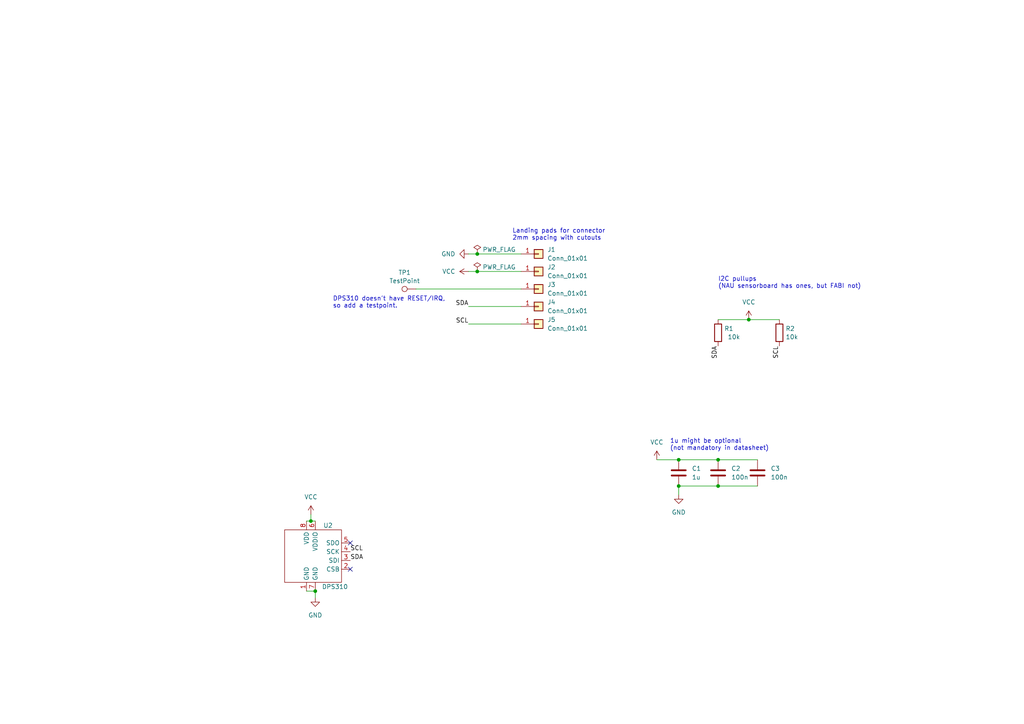
<source format=kicad_sch>
(kicad_sch (version 20230121) (generator eeschema)
  (paper "A4")
  (title_block (title "DPS310 sensorboard") (date "2023-08-23") (rev "v1.0") (company "AsTeRICS Foundation") (comment 2 "<beni@asterics-foundation.org>") (comment 3 "<aignerb@technikum-wien.at>") (comment 4 "Benjamin Aigner"))
  (lib_symbols
    (symbol "Connector:TestPoint" (pin_numbers hide) (pin_names (offset 0.762) hide)
      (property "Reference" "TP" (at 0 6.858 0))
      (property "Value" "TestPoint" (at 0 5.08 0))
      (symbol "TestPoint_0_1"
        (circle (center 0 3.302) (radius 0.762))
      )
      (symbol "TestPoint_1_1"
        (pin passive line (at 0 0 90) (length 2.54) (name "1") (number "1"))
      )
    )
    (symbol "Connector_Generic:Conn_01x01" (pin_names (offset 1.016) hide)
      (property "Reference" "J" (at 0 2.54 0))
      (property "Value" "Conn_01x01" (at 0 -2.54 0))
      (symbol "Conn_01x01_1_1"
        (rectangle (start -1.27 0.127) (end 0 -0.127) (stroke (width 0.1524)))
        (rectangle (start -1.27 1.27) (end 1.27 -1.27) (stroke (width 0.254)) (fill (type background)))
        (pin passive line (at -5.08 0 0) (length 3.81) (name "Pin_1") (number "1"))
      )
    )
    (symbol "DPS310:DPS310"
      (property "Reference" "U" (at 3.81 8.89 0))
      (symbol "DPS310_0_1"
        (rectangle (start -7.62 7.62) (end 8.89 -7.62))
      )
      (symbol "DPS310_1_1"
        (pin power_in line (at -1.27 -10.16 90) (length 2.54) (name "GND") (number "1"))
        (pin input line (at 11.43 -3.81 180) (length 2.54) (name "CSB") (number "2"))
        (pin bidirectional line (at 11.43 -1.27 180) (length 2.54) (name "SDI") (number "3"))
        (pin input line (at 11.43 1.27 180) (length 2.54) (name "SCK") (number "4"))
        (pin input line (at 11.43 3.81 180) (length 2.54) (name "SDO") (number "5"))
        (pin power_in line (at 1.27 10.16 270) (length 2.54) (name "VDDIO") (number "6"))
        (pin power_in line (at 1.27 -10.16 90) (length 2.54) (name "GND") (number "7"))
        (pin power_in line (at -1.27 10.16 270) (length 2.54) (name "VDD") (number "8"))
      )
    )
    (symbol "Device:C" (pin_numbers hide) (pin_names (offset 0.254))
      (property "Reference" "C" (at 0.635 2.54 0))
      (property "Value" "C" (at 0.635 -2.54 0))
      (symbol "C_0_1"
        (polyline (pts (xy -2.032 -0.762) (xy 2.032 -0.762)) (stroke (width 0.508)))
        (polyline (pts (xy -2.032 0.762) (xy 2.032 0.762)) (stroke (width 0.508)))
      )
      (symbol "C_1_1"
        (pin passive line (at 0 3.81 270) (length 2.794) (name "~") (number "1"))
        (pin passive line (at 0 -3.81 90) (length 2.794) (name "~") (number "2"))
      )
    )
    (symbol "Device:R" (pin_numbers hide) (pin_names (offset 0))
      (property "Reference" "R" (at 2.032 0 90))
      (property "Value" "R" (at 0 0 90))
      (symbol "R_0_1"
        (rectangle (start -1.016 -2.54) (end 1.016 2.54) (stroke (width 0.254)))
      )
      (symbol "R_1_1"
        (pin passive line (at 0 3.81 270) (length 1.27) (name "~") (number "1"))
        (pin passive line (at 0 -3.81 90) (length 1.27) (name "~") (number "2"))
      )
    )
    (symbol "power:GND" (power) (pin_names (offset 0))
      (property "Value" "GND" (at 0 -3.81 0))
      (symbol "GND_0_1"
        (polyline (pts (xy 0 0) (xy 0 -1.27) (xy 1.27 -1.27) (xy 0 -2.54) (xy -1.27 -1.27) (xy 0 -1.27)))
      )
      (symbol "GND_1_1"
        (pin power_in line (at 0 0 270) (length 0) hide (name "GND") (number "1"))
      )
    )
    (symbol "power:PWR_FLAG" (power) (pin_numbers hide) (pin_names (offset 0) hide)
      (property "Value" "PWR_FLAG" (at 0 3.81 0))
      (symbol "PWR_FLAG_0_0"
        (pin power_out line (at 0 0 90) (length 0) (name "pwr") (number "1"))
      )
      (symbol "PWR_FLAG_0_1"
        (polyline (pts (xy 0 0) (xy 0 1.27) (xy -1.016 1.905) (xy 0 2.54) (xy 1.016 1.905) (xy 0 1.27)))
      )
    )
    (symbol "power:VCC" (power) (pin_names (offset 0))
      (property "Value" "VCC" (at 0 3.81 0))
      (symbol "VCC_0_1"
        (polyline (pts (xy -0.762 1.27) (xy 0 2.54)))
        (polyline (pts (xy 0 0) (xy 0 2.54)))
        (polyline (pts (xy 0 2.54) (xy 0.762 1.27)))
      )
      (symbol "VCC_1_1"
        (pin power_in line (at 0 0 90) (length 0) hide (name "VCC") (number "1"))
      )
    )
  )
  (junction (at 138.43 78.74))
  (junction (at 196.85 140.97))
  (junction (at 196.85 133.35))
  (junction (at 91.44 171.45))
  (junction (at 208.28 140.97))
  (junction (at 138.43 73.66))
  (junction (at 90.17 151.13))
  (junction (at 208.28 133.35))
  (junction (at 217.17 92.71))
  (no_connect (at 101.6 157.48))
  (no_connect (at 101.6 165.1))
  (wire (pts (xy 91.44 171.45) (xy 91.44 173.355)))
  (wire (pts (xy 90.17 149.225) (xy 90.17 151.13)))
  (wire (pts (xy 208.28 140.97) (xy 219.71 140.97)))
  (wire (pts (xy 138.43 78.74) (xy 135.89 78.74)))
  (wire (pts (xy 208.28 92.71) (xy 217.17 92.71)))
  (wire (pts (xy 90.17 151.13) (xy 88.9 151.13)))
  (wire (pts (xy 120.65 83.82) (xy 151.13 83.82)))
  (wire (pts (xy 208.28 140.97) (xy 196.85 140.97)))
  (wire (pts (xy 151.13 93.98) (xy 135.89 93.98)))
  (wire (pts (xy 88.9 171.45) (xy 91.44 171.45)))
  (wire (pts (xy 208.28 133.35) (xy 219.71 133.35)))
  (wire (pts (xy 138.43 78.74) (xy 151.13 78.74)))
  (wire (pts (xy 190.5 133.35) (xy 196.85 133.35)))
  (wire (pts (xy 217.17 92.71) (xy 226.06 92.71)))
  (wire (pts (xy 151.13 88.9) (xy 135.89 88.9)))
  (wire (pts (xy 196.85 133.35) (xy 208.28 133.35)))
  (wire (pts (xy 138.43 73.66) (xy 135.89 73.66)))
  (wire (pts (xy 151.13 73.66) (xy 138.43 73.66)))
  (wire (pts (xy 196.85 140.97) (xy 196.85 143.51)))
  (wire (pts (xy 90.17 151.13) (xy 91.44 151.13)))
  (text "I2C pullups\n(NAU sensorboard has ones, but FABI not)" (at 208.28 83.82 0) (effects (font (size 1.27 1.27)) (justify left bottom)))
  (text "1u might be optional\n(not mandatory in datasheet)" (at 194.31 130.81 0) (effects (font (size 1.27 1.27)) (justify left bottom)))
  (text "Landing pads for connector\n2mm spacing with cutouts" (at 148.59 69.85 0) (effects (font (size 1.27 1.27)) (justify left bottom)))
  (text "DPS310 doesn't have RESET/IRQ,\nso add a testpoint." (at 96.52 89.535 0) (effects (font (size 1.27 1.27)) (justify left bottom)))
  (label "SCL" (at 135.89 93.98 180))
  (label "SCL" (at 226.06 100.33 270))
  (label "SDA" (at 101.6 162.56 0))
  (label "SDA" (at 208.28 100.33 270))
  (label "SDA" (at 135.89 88.9 180))
  (label "SCL" (at 101.6 160.02 0))
  (symbol (lib_id "Connector_Generic:Conn_01x01") (at 156.21 73.66 0) (unit 1)
    (property "Reference" "J1" (at 158.75 72.39 0) (effects (justify left)))
    (property "Value" "Conn_01x01" (at 158.75 74.93 0) (effects (justify left)))
    (property "Footprint" "pad:edge_pin" (effects hide))
  )
  (symbol (lib_id "power:PWR_FLAG") (at 138.43 78.74 0) (unit 1)
    (property "Reference" "#FLG02" (effects hide))
    (property "Value" "PWR_FLAG" (at 144.78 77.47 0))
  )
  (symbol (lib_id "Connector:TestPoint") (at 120.65 83.82 90) (unit 1)
    (property "Reference" "TP1" (at 117.348 79.0407 90))
    (property "Value" "TestPoint" (at 117.348 81.4649 90))
    (property "Footprint" "TestPoint:TestPoint_Pad_D1.0mm" (effects hide))
  )
  (symbol (lib_id "power:PWR_FLAG") (at 138.43 73.66 0) (unit 1)
    (property "Reference" "#FLG01" (effects hide))
    (property "Value" "PWR_FLAG" (at 144.78 72.39 0))
  )
  (symbol (lib_id "power:GND") (at 91.44 173.355 0) (unit 1)
    (property "Reference" "#PWR04" (effects hide))
    (property "Value" "GND" (at 91.44 178.435 0))
  )
  (symbol (lib_id "Device:R") (at 226.06 96.52 0) (unit 1)
    (property "Reference" "R2" (at 227.838 95.3079 0) (effects (justify left)))
    (property "Value" "10k" (at 227.838 97.7321 0) (effects (justify left)))
    (property "Footprint" "Resistor_SMD:R_0603_1608Metric_Pad0.98x0.95mm_HandSolder" (effects hide))
  )
  (symbol (lib_id "Connector_Generic:Conn_01x01") (at 156.21 88.9 0) (unit 1)
    (property "Reference" "J4" (at 158.75 87.63 0) (effects (justify left)))
    (property "Value" "Conn_01x01" (at 158.75 90.17 0) (effects (justify left)))
    (property "Footprint" "pad:edge_pin" (effects hide))
  )
  (symbol (lib_id "Connector_Generic:Conn_01x01") (at 156.21 83.82 0) (unit 1)
    (property "Reference" "J3" (at 158.75 82.55 0) (effects (justify left)))
    (property "Value" "Conn_01x01" (at 158.75 85.09 0) (effects (justify left)))
    (property "Footprint" "pad:edge_pin" (effects hide))
  )
  (symbol (lib_id "Device:C") (at 219.71 137.16 0) (unit 1)
    (property "Reference" "C3" (at 223.52 135.89 0) (effects (justify left)))
    (property "Value" "100n" (at 223.52 138.43 0) (effects (justify left)))
    (property "Footprint" "Capacitor_SMD:C_0603_1608Metric" (effects hide))
  )
  (symbol (lib_id "DPS310:DPS310") (at 90.17 161.29 0) (unit 1)
    (property "Reference" "U2" (at 96.52 152.4 0) (effects (justify right)))
    (property "Value" "DPS310" (at 97.155 170.18 0))
    (property "Footprint" "Package_LGA:Bosch_LGA-8_2x2.5mm_P0.65mm_ClockwisePinNumbering" (effects hide))
  )
  (symbol (lib_id "Device:C") (at 208.28 137.16 0) (unit 1)
    (property "Reference" "C2" (at 212.09 135.89 0) (effects (justify left)))
    (property "Value" "100n" (at 212.09 138.43 0) (effects (justify left)))
    (property "Footprint" "Capacitor_SMD:C_0603_1608Metric" (effects hide))
  )
  (symbol (lib_id "power:GND") (at 135.89 73.66 270) (unit 1)
    (property "Reference" "#PWR06" (effects hide))
    (property "Value" "GND" (at 132.08 73.66 90) (effects (justify right)))
  )
  (symbol (lib_id "Device:C") (at 196.85 137.16 0) (unit 1)
    (property "Reference" "C1" (at 200.66 135.89 0) (effects (justify left)))
    (property "Value" "1u" (at 200.66 138.43 0) (effects (justify left)))
    (property "Footprint" "Capacitor_SMD:C_0603_1608Metric" (effects hide))
  )
  (symbol (lib_id "power:GND") (at 196.85 143.51 0) (unit 1)
    (property "Reference" "#PWR03" (effects hide))
    (property "Value" "GND" (at 196.85 148.59 0))
  )
  (symbol (lib_id "Device:R") (at 208.28 96.52 0) (unit 1)
    (property "Reference" "R1" (at 210.058 95.3079 0) (effects (justify left)))
    (property "Value" " 10k" (at 210.058 97.7321 0) (effects (justify left)))
    (property "Footprint" "Resistor_SMD:R_0603_1608Metric_Pad0.98x0.95mm_HandSolder" (effects hide))
  )
  (symbol (lib_id "power:VCC") (at 90.17 149.225 0) (unit 1)
    (property "Reference" "#PWR05" (effects hide))
    (property "Value" "VCC" (at 90.17 144.145 0))
  )
  (symbol (lib_id "power:VCC") (at 135.89 78.74 90) (unit 1)
    (property "Reference" "#PWR07" (effects hide))
    (property "Value" "VCC" (at 132.08 78.74 90) (effects (justify left)))
  )
  (symbol (lib_id "Connector_Generic:Conn_01x01") (at 156.21 78.74 0) (unit 1)
    (property "Reference" "J2" (at 158.75 77.47 0) (effects (justify left)))
    (property "Value" "Conn_01x01" (at 158.75 80.01 0) (effects (justify left)))
    (property "Footprint" "pad:edge_pin" (effects hide))
  )
  (symbol (lib_id "power:VCC") (at 190.5 133.35 0) (unit 1)
    (property "Reference" "#PWR02" (effects hide))
    (property "Value" "VCC" (at 190.5 128.27 0))
  )
  (symbol (lib_id "Connector_Generic:Conn_01x01") (at 156.21 93.98 0) (unit 1)
    (property "Reference" "J5" (at 158.75 92.71 0) (effects (justify left)))
    (property "Value" "Conn_01x01" (at 158.75 95.25 0) (effects (justify left)))
    (property "Footprint" "pad:edge_pin" (effects hide))
  )
  (symbol (lib_id "power:VCC") (at 217.17 92.71 0) (unit 1)
    (property "Reference" "#PWR01" (effects hide))
    (property "Value" "VCC" (at 217.17 87.63 0))
  )
)
</source>
